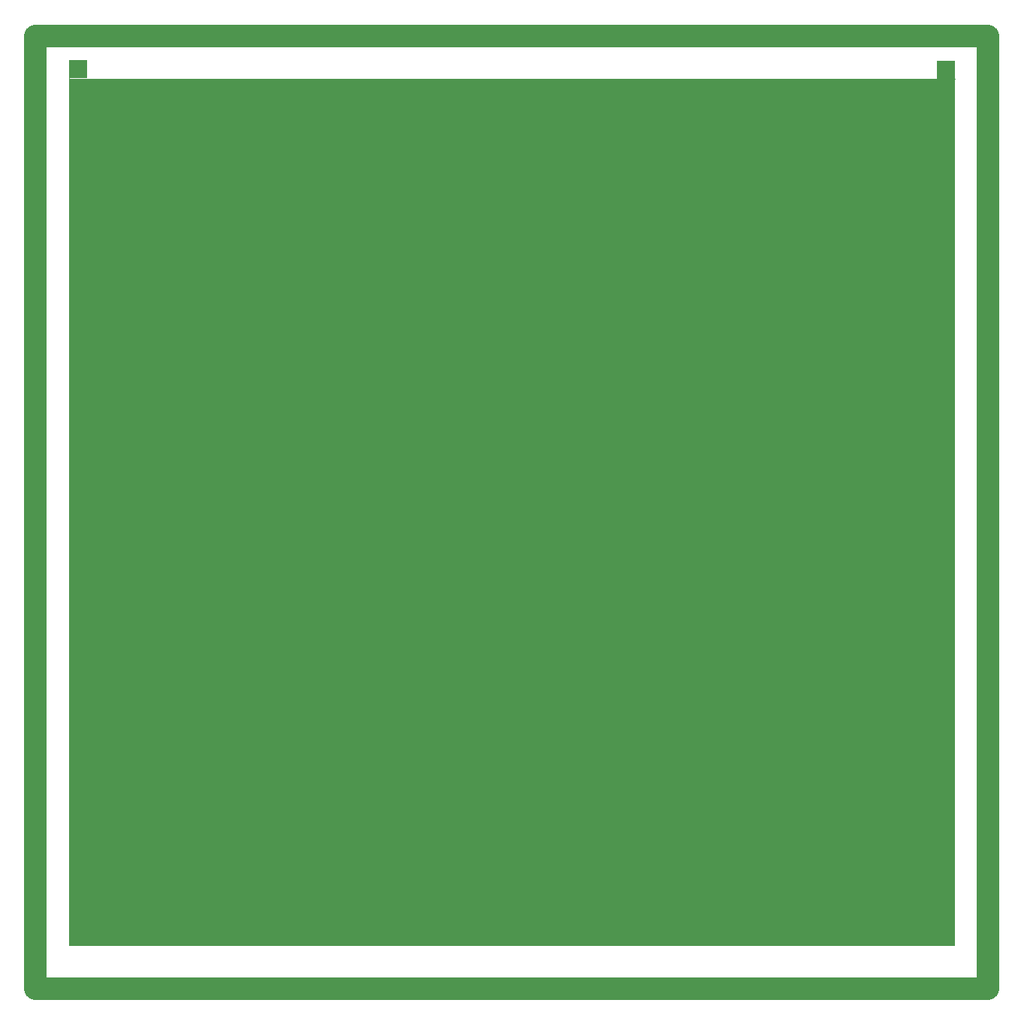
<source format=gbr>
G04 start of page 2 for group 0 idx 0 *
G04 Title: (unknown), component *
G04 Creator: pcb 1.99y *
G04 CreationDate: Mon Mar  9 18:38:32 2009 UTC *
G04 For: dj *
G04 Format: Gerber/RS-274X *
G04 PCB-Dimensions: 432928 432928 *
G04 PCB-Coordinate-Origin: lower left *
%MOIN*%
%FSLAX25Y25*%
%LNFRONT*%
%ADD11C,0.0017*%
%ADD12C,0.1000*%
%ADD13C,0.0200*%
%ADD14C,0.0300*%
G54D11*X245712Y191133D02*Y241463D01*
X246044Y190801D02*Y241795D01*
X246376Y190469D02*Y242127D01*
X246708Y190137D02*Y242459D01*
X247040Y189805D02*Y242791D01*
X247372Y189473D02*Y243123D01*
X247704Y189141D02*Y243455D01*
X248036Y188809D02*Y243787D01*
X248368Y188477D02*Y244119D01*
X248700Y188145D02*Y244451D01*
X249032Y187813D02*Y244783D01*
X249364Y187481D02*Y245115D01*
X249696Y187149D02*Y245447D01*
X250028Y186817D02*Y245779D01*
X250360Y186485D02*Y246111D01*
X250692Y186153D02*Y246443D01*
X251024Y185821D02*Y246775D01*
X251356Y185489D02*Y247107D01*
X251688Y185157D02*Y247439D01*
X252020Y184825D02*Y247771D01*
X252352Y184493D02*Y248103D01*
X252684Y184161D02*Y248435D01*
X253016Y183829D02*Y248767D01*
X253348Y183497D02*Y249099D01*
X253680Y183165D02*Y249431D01*
X254012Y182833D02*Y249763D01*
X254344Y182501D02*Y250095D01*
X254676Y182169D02*Y250427D01*
X255008Y181837D02*Y250759D01*
X255340Y181505D02*Y251091D01*
X162980Y266031D02*X270280D01*
X162648Y266363D02*X270612D01*
X162316Y266695D02*X270944D01*
X161984Y267027D02*X271276D01*
X161652Y267359D02*X271608D01*
X161320Y267691D02*X271940D01*
X160988Y268023D02*X272272D01*
X160656Y268355D02*X272604D01*
X157004Y272007D02*X276256D01*
X156672Y272339D02*X276588D01*
X156340Y272671D02*X276920D01*
X156008Y273003D02*X277252D01*
X155676Y273335D02*X277584D01*
X155344Y273667D02*X277916D01*
X155012Y273999D02*X278248D01*
X154680Y274331D02*X278580D01*
X154348Y274663D02*X278912D01*
X154016Y274995D02*X279244D01*
X153684Y275327D02*X279576D01*
X153352Y275659D02*X279908D01*
X153020Y275991D02*X280240D01*
X152688Y276323D02*X280572D01*
X152356Y276655D02*X280904D01*
X152024Y276987D02*X281236D01*
X151692Y277319D02*X281568D01*
X151360Y277651D02*X281900D01*
X151028Y277983D02*X282232D01*
X150696Y278315D02*X282564D01*
X150364Y278647D02*X282896D01*
X150032Y278979D02*X283228D01*
X149700Y279311D02*X283560D01*
X149368Y279643D02*X283892D01*
X149036Y279975D02*X284224D01*
X148704Y280307D02*X284556D01*
X148372Y280639D02*X284888D01*
X148040Y280971D02*X285220D01*
X147708Y281303D02*X285552D01*
X147376Y281635D02*X285884D01*
X147044Y281967D02*X286216D01*
X146712Y282299D02*X286548D01*
X146380Y282631D02*X286880D01*
X146048Y282963D02*X287212D01*
X145716Y283295D02*X287544D01*
X145384Y283627D02*X287876D01*
X145052Y283959D02*X288208D01*
X144720Y284291D02*X288540D01*
X144388Y284623D02*X288872D01*
X144056Y284955D02*X289204D01*
X143724Y285287D02*X289536D01*
X143392Y285619D02*X289868D01*
X143060Y285951D02*X290200D01*
X142728Y286283D02*X290532D01*
X142396Y286615D02*X290864D01*
X142064Y286947D02*X291196D01*
X141732Y287279D02*X291528D01*
X141400Y287611D02*X291860D01*
X141068Y287943D02*X292192D01*
X140736Y288275D02*X292524D01*
X140404Y288607D02*X292856D01*
X140072Y288939D02*X293188D01*
X139740Y289271D02*X293520D01*
X139408Y289603D02*X293852D01*
X139076Y289935D02*X294184D01*
X138744Y290267D02*X294516D01*
X138412Y290599D02*X294848D01*
X138080Y290931D02*X295180D01*
X137748Y291263D02*X295512D01*
X137416Y291595D02*X295844D01*
X137084Y291927D02*X296176D01*
X136752Y292259D02*X296508D01*
X136420Y292591D02*X296840D01*
X136088Y292923D02*X297172D01*
X135756Y293255D02*X297504D01*
X135424Y293587D02*X297836D01*
X135092Y293919D02*X298168D01*
X134760Y294251D02*X298500D01*
X134428Y294583D02*X298832D01*
X134096Y294915D02*X299164D01*
X133764Y295247D02*X299496D01*
X133432Y295579D02*X299828D01*
X133100Y295911D02*X300160D01*
X132768Y296243D02*X300492D01*
X132436Y296575D02*X300824D01*
X132104Y296907D02*X301156D01*
X131772Y297239D02*X301488D01*
X131440Y297571D02*X301820D01*
X131108Y297903D02*X302152D01*
X130776Y298235D02*X302484D01*
X130444Y298567D02*X302816D01*
X130112Y298899D02*X303148D01*
X129780Y299231D02*X303480D01*
X129448Y299563D02*X303812D01*
X129116Y299895D02*X304144D01*
X128784Y300227D02*X304476D01*
X128452Y300559D02*X304808D01*
X128120Y300891D02*X305140D01*
X127788Y301223D02*X305472D01*
X127456Y301555D02*X305804D01*
X127124Y301887D02*X306136D01*
X126792Y302219D02*X306468D01*
X126460Y302551D02*X306800D01*
X126128Y302883D02*X307132D01*
X125796Y303215D02*X307464D01*
X125464Y303547D02*X307796D01*
X125132Y303879D02*X308128D01*
X124800Y304211D02*X308460D01*
X124468Y304543D02*X308792D01*
X124136Y304875D02*X309124D01*
X123804Y305207D02*X309456D01*
X123472Y305539D02*X309788D01*
X123140Y305871D02*X310120D01*
X122808Y306203D02*X310452D01*
X122476Y306535D02*X310784D01*
X122144Y306867D02*X311116D01*
X121812Y307199D02*X311448D01*
X186884Y242127D02*X246376D01*
X186552Y242459D02*X246708D01*
X186220Y242791D02*X247040D01*
X185888Y243123D02*X247372D01*
X185556Y243455D02*X247704D01*
X185224Y243787D02*X248036D01*
X184892Y244119D02*X248368D01*
X184560Y244451D02*X248700D01*
X184228Y244783D02*X249032D01*
X183896Y245115D02*X249364D01*
X183564Y245447D02*X249696D01*
X183232Y245779D02*X250028D01*
X182900Y246111D02*X250360D01*
X182568Y246443D02*X250692D01*
X182236Y246775D02*X251024D01*
X181904Y247107D02*X251356D01*
X181572Y247439D02*X251688D01*
X181240Y247771D02*X252020D01*
X180908Y248103D02*X252352D01*
X180576Y248435D02*X252684D01*
X180244Y248767D02*X253016D01*
X179912Y249099D02*X253348D01*
X179580Y249431D02*X253680D01*
X179248Y249763D02*X254012D01*
X178916Y250095D02*X254344D01*
X178584Y250427D02*X254676D01*
X178252Y250759D02*X255008D01*
X177920Y251091D02*X255340D01*
X177588Y251423D02*X255672D01*
X160988Y165237D02*Y268023D01*
X160656Y164905D02*Y268355D01*
X160324Y164573D02*Y268687D01*
X159992Y164241D02*Y269019D01*
X159660Y163909D02*Y269351D01*
X159328Y163577D02*Y269683D01*
X158996Y163245D02*Y270015D01*
X158664Y162913D02*Y270347D01*
X158332Y162581D02*Y270679D01*
X158000Y162249D02*Y271011D01*
X157668Y161917D02*Y271343D01*
X157336Y161585D02*Y271675D01*
X157004Y161253D02*Y272007D01*
X156672Y160921D02*Y272339D01*
X156340Y160589D02*Y272671D01*
X156008Y160257D02*Y273003D01*
X155676Y159925D02*Y273335D01*
X155344Y159593D02*Y273667D01*
X155012Y159261D02*Y273999D01*
X154680Y158929D02*Y274331D01*
X154348Y158597D02*Y274663D01*
X157668Y271343D02*X275592D01*
X275260Y161585D02*Y271011D01*
X157336Y271675D02*X275924D01*
X275592Y161253D02*Y271343D01*
X154016Y158265D02*Y274995D01*
X153684Y157933D02*Y275327D01*
X153352Y157601D02*Y275659D01*
X153020Y157269D02*Y275991D01*
X152688Y156937D02*Y276323D01*
X152356Y156605D02*Y276655D01*
X152024Y156273D02*Y276987D01*
X151692Y155941D02*Y277319D01*
X151360Y155609D02*Y277651D01*
X151028Y155277D02*Y277983D01*
X150696Y154945D02*Y278315D01*
X150364Y154613D02*Y278647D01*
X150032Y154281D02*Y278979D01*
X149700Y153949D02*Y279311D01*
X149368Y153617D02*Y279643D01*
X149036Y153285D02*Y279975D01*
X148704Y152953D02*Y280307D01*
X148372Y152621D02*Y280639D01*
X148040Y152289D02*Y280971D01*
X147708Y151957D02*Y281303D01*
X147376Y151625D02*Y281635D01*
X147044Y151293D02*Y281967D01*
X146712Y150961D02*Y282299D01*
X146380Y150629D02*Y282631D01*
X146048Y150297D02*Y282963D01*
X145716Y149965D02*Y283295D01*
X145384Y149633D02*Y283627D01*
X145052Y149301D02*Y283959D01*
X144720Y148969D02*Y284291D01*
X144388Y148637D02*Y284623D01*
X144056Y148305D02*Y284955D01*
X143724Y147973D02*Y285287D01*
X143392Y147641D02*Y285619D01*
X143060Y147309D02*Y285951D01*
X142728Y146977D02*Y286283D01*
X142396Y146645D02*Y286615D01*
X142064Y146313D02*Y286947D01*
X141732Y145981D02*Y287279D01*
X141400Y145649D02*Y287611D01*
X141068Y145317D02*Y287943D01*
X140736Y144985D02*Y288275D01*
X160324Y164573D02*X272272D01*
X159992Y164241D02*X272604D01*
X159660Y163909D02*X272936D01*
X159328Y163577D02*X273268D01*
X158996Y163245D02*X273600D01*
X158664Y162913D02*X273932D01*
X158332Y162581D02*X274264D01*
X158000Y162249D02*X274596D01*
X157668Y161917D02*X274928D01*
X157336Y161585D02*X275260D01*
X157004Y161253D02*X275592D01*
X156672Y160921D02*X275924D01*
X156340Y160589D02*X276256D01*
X156008Y160257D02*X276588D01*
X155676Y159925D02*X276920D01*
X155344Y159593D02*X277252D01*
X155012Y159261D02*X277584D01*
X154680Y158929D02*X277916D01*
X154348Y158597D02*X278248D01*
X154016Y158265D02*X278580D01*
X153684Y157933D02*X278912D01*
X153352Y157601D02*X279244D01*
X153020Y157269D02*X279576D01*
X275924Y160921D02*Y271675D01*
X276256Y160589D02*Y272007D01*
X276588Y160257D02*Y272339D01*
X276920Y159925D02*Y272671D01*
X277252Y159593D02*Y273003D01*
X277584Y159261D02*Y273335D01*
X277916Y158929D02*Y273667D01*
X278248Y158597D02*Y273999D01*
X278580Y158265D02*Y274331D01*
X278912Y157933D02*Y274663D01*
X279244Y157601D02*Y274995D01*
X279576Y157269D02*Y275327D01*
X279908Y156937D02*Y275659D01*
X280240Y156605D02*Y275991D01*
X280572Y156273D02*Y276323D01*
X280904Y155941D02*Y276655D01*
X281236Y155609D02*Y276987D01*
X281568Y155277D02*Y277319D01*
X281900Y154945D02*Y277651D01*
X282232Y154613D02*Y277983D01*
X282564Y154281D02*Y278315D01*
X282896Y153949D02*Y278647D01*
X283228Y153617D02*Y278979D01*
X283560Y153285D02*Y279311D01*
X283892Y152953D02*Y279643D01*
X284224Y152621D02*Y279975D01*
X284556Y152289D02*Y280307D01*
X284888Y151957D02*Y280639D01*
X285220Y151625D02*Y280971D01*
X285552Y151293D02*Y281303D01*
X285884Y150961D02*Y281635D01*
X286216Y150629D02*Y281967D01*
X286548Y150297D02*Y282299D01*
X286880Y149965D02*Y282631D01*
X287212Y149633D02*Y282963D01*
X287544Y149301D02*Y283295D01*
X287876Y148969D02*Y283627D01*
X288208Y148637D02*Y283959D01*
X288540Y148305D02*Y284291D01*
X288872Y147973D02*Y284623D01*
X289204Y147641D02*Y284955D01*
X289536Y147309D02*Y285287D01*
X289868Y146977D02*Y285619D01*
X290200Y146645D02*Y285951D01*
X290532Y146313D02*Y286283D01*
X290864Y145981D02*Y286615D01*
X291196Y145649D02*Y286947D01*
X291528Y145317D02*Y287279D01*
X291860Y144985D02*Y287611D01*
X292192Y144653D02*Y287943D01*
X292524Y144321D02*Y288275D01*
X292856Y143989D02*Y288607D01*
X293188Y143657D02*Y288939D01*
X293520Y143325D02*Y289271D01*
X293852Y142993D02*Y289603D01*
X294184Y142661D02*Y289935D01*
X294516Y142329D02*Y290267D01*
X294848Y141997D02*Y290599D01*
X295180Y141665D02*Y290931D01*
X295512Y141333D02*Y291263D01*
X295844Y141001D02*Y291595D01*
X296176Y140669D02*Y291927D01*
X296508Y140337D02*Y292259D01*
X296840Y140005D02*Y292591D01*
X297172Y139673D02*Y292923D01*
X297504Y139341D02*Y293255D01*
X297836Y139009D02*Y293587D01*
X298168Y138677D02*Y293919D01*
X298500Y138345D02*Y294251D01*
X298832Y138013D02*Y294583D01*
X299164Y137681D02*Y294915D01*
X299496Y137349D02*Y295247D01*
X299828Y137017D02*Y295579D01*
X300160Y136685D02*Y295911D01*
X300492Y136353D02*Y296243D01*
X300824Y136021D02*Y296575D01*
X301156Y135689D02*Y296907D01*
X301488Y135357D02*Y297239D01*
X301820Y135025D02*Y297571D01*
X302152Y134693D02*Y297903D01*
X302484Y134361D02*Y298235D01*
X152688Y156937D02*X279908D01*
X152356Y156605D02*X280240D01*
X152024Y156273D02*X280572D01*
X151692Y155941D02*X280904D01*
X151360Y155609D02*X281236D01*
X151028Y155277D02*X281568D01*
X150696Y154945D02*X281900D01*
X150364Y154613D02*X282232D01*
X150032Y154281D02*X282564D01*
X149700Y153949D02*X282896D01*
X149368Y153617D02*X283228D01*
X149036Y153285D02*X283560D01*
X148704Y152953D02*X283892D01*
X148372Y152621D02*X284224D01*
X148040Y152289D02*X284556D01*
X147708Y151957D02*X284888D01*
X147376Y151625D02*X285220D01*
X147044Y151293D02*X285552D01*
X146712Y150961D02*X285884D01*
X146380Y150629D02*X286216D01*
X146048Y150297D02*X286548D01*
X145716Y149965D02*X286880D01*
X145384Y149633D02*X287212D01*
X145052Y149301D02*X287544D01*
X144720Y148969D02*X287876D01*
X144388Y148637D02*X288208D01*
X144056Y148305D02*X288540D01*
X143724Y147973D02*X288872D01*
X143392Y147641D02*X289204D01*
X143060Y147309D02*X289536D01*
X142728Y146977D02*X289868D01*
X142396Y146645D02*X290200D01*
X142064Y146313D02*X290532D01*
X141732Y145981D02*X290864D01*
X141400Y145649D02*X291196D01*
X141068Y145317D02*X291528D01*
X140736Y144985D02*X291860D01*
X140404Y144653D02*X292192D01*
X140072Y144321D02*X292524D01*
X139740Y143989D02*X292856D01*
X139408Y143657D02*X293188D01*
X139076Y143325D02*X293520D01*
X138744Y142993D02*X293852D01*
X138412Y142661D02*X294184D01*
X138080Y142329D02*X294516D01*
X137748Y141997D02*X294848D01*
X137416Y141665D02*X295180D01*
X137084Y141333D02*X295512D01*
X136752Y141001D02*X295844D01*
X136420Y140669D02*X296176D01*
X136088Y140337D02*X296508D01*
X135756Y140005D02*X296840D01*
X135424Y139673D02*X297172D01*
X135092Y139341D02*X297504D01*
X134760Y139009D02*X297836D01*
X134428Y138677D02*X298168D01*
X134096Y138345D02*X298500D01*
X133764Y138013D02*X298832D01*
X133432Y137681D02*X299164D01*
X133100Y137349D02*X299496D01*
X132768Y137017D02*X299828D01*
X132436Y136685D02*X300160D01*
X132104Y136353D02*X300492D01*
X131772Y136021D02*X300824D01*
X131440Y135689D02*X301156D01*
X131108Y135357D02*X301488D01*
X130776Y135025D02*X301820D01*
X130444Y134693D02*X302152D01*
X130112Y134361D02*X302484D01*
X129780Y134029D02*X302816D01*
X207468Y211717D02*X225128D01*
X207136Y211385D02*X225460D01*
X206804Y211053D02*X225792D01*
X225128Y211717D02*Y220879D01*
X225460Y211385D02*Y221211D01*
X225792Y211053D02*Y221543D01*
X226124Y210721D02*Y221875D01*
X226456Y210389D02*Y222207D01*
X226788Y210057D02*Y222539D01*
X206472Y210721D02*X226124D01*
X206140Y210389D02*X226456D01*
X205808Y210057D02*X226788D01*
X205476Y209725D02*X227120D01*
X208132Y212381D02*Y220879D01*
X208464Y220547D02*X224796D01*
X207800Y212049D02*Y221211D01*
X208132Y212381D02*X224464D01*
Y220215D01*
X207800Y212049D02*X224796D01*
X208132Y220879D02*X225128D01*
X224796Y212049D02*Y220547D01*
X227120Y209725D02*Y222871D01*
X205144Y209393D02*X227452D01*
X233096Y203749D02*Y228847D01*
X233428Y203417D02*Y229179D01*
X233760Y203085D02*Y229511D01*
X234092Y202753D02*Y229843D01*
X234424Y202421D02*Y230175D01*
X234756Y202089D02*Y230507D01*
X235088Y201757D02*Y230839D01*
X235420Y201425D02*Y231171D01*
X235752Y201093D02*Y231503D01*
X236084Y200761D02*Y231835D01*
X236416Y200429D02*Y232167D01*
X236748Y200097D02*Y232499D01*
X237080Y199765D02*Y232831D01*
X237412Y199433D02*Y233163D01*
X237744Y199101D02*Y233495D01*
X238076Y198769D02*Y233827D01*
X238408Y198437D02*Y234159D01*
X238740Y198105D02*Y234491D01*
X239072Y197773D02*Y234823D01*
X239404Y197441D02*Y235155D01*
X239736Y197109D02*Y235487D01*
X240068Y196777D02*Y235819D01*
X240400Y196445D02*Y236151D01*
X240732Y196113D02*Y236483D01*
X241064Y195781D02*Y236815D01*
X241396Y195449D02*Y237147D01*
X241728Y195117D02*Y237479D01*
X242060Y194785D02*Y237811D01*
X242392Y194453D02*Y238143D01*
X242724Y194121D02*Y238475D01*
X243056Y193789D02*Y238807D01*
X243388Y193457D02*Y239139D01*
X243720Y193125D02*Y239471D01*
X244052Y192793D02*Y239803D01*
X244384Y192461D02*Y240135D01*
X244716Y192129D02*Y240467D01*
X245048Y191797D02*Y240799D01*
X245380Y191465D02*Y241131D01*
X227452Y209393D02*Y223203D01*
X227784Y209061D02*Y223535D01*
X228116Y208729D02*Y223867D01*
X228448Y208397D02*Y224199D01*
X228780Y208065D02*Y224531D01*
X229112Y207733D02*Y224863D01*
X229444Y207401D02*Y225195D01*
X229776Y207069D02*Y225527D01*
X230108Y206737D02*Y225859D01*
X230440Y206405D02*Y226191D01*
X230772Y206073D02*Y226523D01*
X231104Y205741D02*Y226855D01*
X231436Y205409D02*Y227187D01*
X231768Y205077D02*Y227519D01*
X232100Y204745D02*Y227851D01*
X232432Y204413D02*Y228183D01*
X232764Y204081D02*Y228515D01*
X207800Y221211D02*X225460D01*
X207468Y221543D02*X225792D01*
X207136Y221875D02*X226124D01*
X206804Y222207D02*X226456D01*
X206472Y222539D02*X226788D01*
X206140Y222871D02*X227120D01*
X205808Y223203D02*X227452D01*
X205476Y223535D02*X227784D01*
X205144Y223867D02*X228116D01*
X204812Y224199D02*X228448D01*
X204480Y224531D02*X228780D01*
X204148Y224863D02*X229112D01*
X203816Y225195D02*X229444D01*
X203484Y225527D02*X229776D01*
X203152Y225859D02*X230108D01*
X202820Y226191D02*X230440D01*
X202488Y226523D02*X230772D01*
X202156Y226855D02*X231104D01*
X201824Y227187D02*X231436D01*
X201492Y227519D02*X231768D01*
X201160Y227851D02*X232100D01*
X200828Y228183D02*X232432D01*
X200496Y228515D02*X232764D01*
X200164Y228847D02*X233096D01*
X199832Y229179D02*X233428D01*
X199500Y229511D02*X233760D01*
X199168Y229843D02*X234092D01*
X198836Y230175D02*X234424D01*
X198504Y230507D02*X234756D01*
X198172Y230839D02*X235088D01*
X197840Y231171D02*X235420D01*
X197508Y231503D02*X235752D01*
X197176Y231835D02*X236084D01*
X196844Y232167D02*X236416D01*
X196512Y232499D02*X236748D01*
X196180Y232831D02*X237080D01*
X195848Y233163D02*X237412D01*
X195516Y233495D02*X237744D01*
X195184Y233827D02*X238076D01*
X194852Y234159D02*X238408D01*
X194520Y234491D02*X238740D01*
X194188Y234823D02*X239072D01*
X193856Y235155D02*X239404D01*
X193524Y235487D02*X239736D01*
X193192Y235819D02*X240068D01*
X192860Y236151D02*X240400D01*
X192528Y236483D02*X240732D01*
X192196Y236815D02*X241064D01*
X191864Y237147D02*X241396D01*
X191532Y237479D02*X241728D01*
X191200Y237811D02*X242060D01*
X190868Y238143D02*X242392D01*
X190536Y238475D02*X242724D01*
X190204Y238807D02*X243056D01*
X189872Y239139D02*X243388D01*
X189540Y239471D02*X243720D01*
X189208Y239803D02*X244052D01*
X188876Y240135D02*X244384D01*
X188544Y240467D02*X244716D01*
X188212Y240799D02*X245048D01*
X187880Y241131D02*X245380D01*
X187548Y241463D02*X245712D01*
X187216Y241795D02*X246044D01*
X204812Y209061D02*X227784D01*
X204480Y208729D02*X228116D01*
X204148Y208397D02*X228448D01*
X203816Y208065D02*X228780D01*
X203484Y207733D02*X229112D01*
X176924Y181173D02*X255672D01*
X176592Y180841D02*X256004D01*
X176260Y180509D02*X256336D01*
X175928Y180177D02*X256668D01*
X175596Y179845D02*X257000D01*
X175264Y179513D02*X257332D01*
X176924Y181173D02*Y252087D01*
X176592Y180841D02*Y252419D01*
X176260Y180509D02*Y252751D01*
X175928Y180177D02*Y253083D01*
X175596Y179845D02*Y253415D01*
X175264Y179513D02*Y253747D01*
X177256Y251755D02*X256004D01*
X176924Y252087D02*X256336D01*
X176592Y252419D02*X256668D01*
X176260Y252751D02*X257000D01*
X175928Y253083D02*X257332D01*
X175596Y253415D02*X257664D01*
X175264Y253747D02*X257996D01*
X174932Y254079D02*X258328D01*
X174600Y254411D02*X258660D01*
X174268Y254743D02*X258992D01*
X173936Y255075D02*X259324D01*
X173604Y255407D02*X259656D01*
X173272Y255739D02*X259988D01*
X259656Y177189D02*Y255407D01*
X255672Y181173D02*Y251423D01*
X256004Y180841D02*Y251755D01*
X256336Y180509D02*Y252087D01*
X256668Y180177D02*Y252419D01*
X257000Y179845D02*Y252751D01*
X257332Y179513D02*Y253083D01*
X174932Y179181D02*X257664D01*
X174600Y178849D02*X257996D01*
X174268Y178517D02*X258328D01*
X257664Y179181D02*Y253415D01*
X257996Y178849D02*Y253747D01*
X258328Y178517D02*Y254079D01*
X258660Y178185D02*Y254411D01*
X258992Y177853D02*Y254743D01*
X259324Y177521D02*Y255075D01*
X173936Y178185D02*X258660D01*
X173604Y177853D02*X258992D01*
X173272Y177521D02*X259324D01*
X172940Y177189D02*X259656D01*
X174932Y179181D02*Y254079D01*
X174600Y178849D02*Y254411D01*
X174268Y178517D02*Y254743D01*
X173936Y178185D02*Y255075D01*
X173604Y177853D02*Y255407D01*
X173272Y177521D02*Y255739D01*
X172940Y177189D02*Y256071D01*
X172608Y176857D02*Y256403D01*
X172276Y176525D02*Y256735D01*
X171944Y176193D02*Y257067D01*
X171612Y175861D02*Y257399D01*
X171280Y175529D02*Y257731D01*
X170948Y175197D02*Y258063D01*
X170616Y174865D02*Y258395D01*
X170284Y174533D02*Y258727D01*
X169952Y174201D02*Y259059D01*
X169620Y173869D02*Y259391D01*
X169288Y173537D02*Y259723D01*
X168956Y173205D02*Y260055D01*
X168624Y172873D02*Y260387D01*
X168292Y172541D02*Y260719D01*
X172608Y176857D02*X259988D01*
X172276Y176525D02*X260320D01*
X171944Y176193D02*X260652D01*
X259988Y176857D02*Y255739D01*
X260320Y176525D02*Y256071D01*
X260652Y176193D02*Y256403D01*
X260984Y175861D02*Y256735D01*
X261316Y175529D02*Y257067D01*
X261648Y175197D02*Y257399D01*
X171612Y175861D02*X260984D01*
X171280Y175529D02*X261316D01*
X170948Y175197D02*X261648D01*
X170616Y174865D02*X261980D01*
X170284Y174533D02*X262312D01*
X169952Y174201D02*X262644D01*
X169620Y173869D02*X262976D01*
X169288Y173537D02*X263308D01*
X168956Y173205D02*X263640D01*
X168624Y172873D02*X263972D01*
X168292Y172541D02*X264304D01*
X261980Y174865D02*Y257731D01*
X262312Y174533D02*Y258063D01*
X262644Y174201D02*Y258395D01*
X262976Y173869D02*Y258727D01*
X263308Y173537D02*Y259059D01*
X263640Y173205D02*Y259391D01*
X263972Y172873D02*Y259723D01*
X264304Y172541D02*Y260055D01*
X172940Y256071D02*X260320D01*
X172608Y256403D02*X260652D01*
X172276Y256735D02*X260984D01*
X171944Y257067D02*X261316D01*
X171612Y257399D02*X261648D01*
X171280Y257731D02*X261980D01*
X170948Y258063D02*X262312D01*
X170616Y258395D02*X262644D01*
X170284Y258727D02*X262976D01*
X169952Y259059D02*X263308D01*
X169620Y259391D02*X263640D01*
X169288Y259723D02*X263972D01*
X168956Y260055D02*X264304D01*
X168624Y260387D02*X264636D01*
X168292Y260719D02*X264968D01*
X167960Y261051D02*X265300D01*
X167628Y261383D02*X265632D01*
X167296Y261715D02*X265964D01*
X166964Y262047D02*X266296D01*
X166632Y262379D02*X266628D01*
X166300Y262711D02*X266960D01*
X165968Y263043D02*X267292D01*
X165636Y263375D02*X267624D01*
X165304Y263707D02*X267956D01*
X164972Y264039D02*X268288D01*
X164640Y264371D02*X268620D01*
X164308Y264703D02*X268952D01*
X163976Y265035D02*X269284D01*
X163644Y265367D02*X269616D01*
X163312Y265699D02*X269948D01*
X165636Y169885D02*Y263375D01*
X165304Y169553D02*Y263707D01*
X164972Y169221D02*Y264039D01*
X164640Y168889D02*Y264371D01*
X164308Y168557D02*Y264703D01*
X163976Y168225D02*Y265035D01*
X163644Y167893D02*Y265367D01*
X163312Y167561D02*Y265699D01*
X162980Y167229D02*Y266031D01*
X162648Y166897D02*Y266363D01*
X162316Y166565D02*Y266695D01*
X161984Y166233D02*Y267027D01*
X161652Y165901D02*Y267359D01*
X161320Y165569D02*Y267691D01*
X264636Y172209D02*Y260387D01*
X264968Y171877D02*Y260719D01*
X265300Y171545D02*Y261051D01*
X265632Y171213D02*Y261383D01*
X265964Y170881D02*Y261715D01*
X266296Y170549D02*Y262047D01*
X165636Y169885D02*X266960D01*
X165304Y169553D02*X267292D01*
X164972Y169221D02*X267624D01*
X266628Y170217D02*Y262379D01*
X266960Y169885D02*Y262711D01*
X267292Y169553D02*Y263043D01*
X267624Y169221D02*Y263375D01*
X164640Y168889D02*X267956D01*
Y263707D01*
X164308Y168557D02*X268288D01*
Y264039D01*
X163976Y168225D02*X268620D01*
Y264371D01*
X163644Y167893D02*X268952D01*
Y264703D01*
X167960Y172209D02*X264636D01*
X167960D02*Y261051D01*
X167628Y171877D02*X264968D01*
X167296Y171545D02*X265300D01*
X166964Y171213D02*X265632D01*
X166632Y170881D02*X265964D01*
X166300Y170549D02*X266296D01*
X165968Y170217D02*X266628D01*
X167628Y171877D02*Y261383D01*
X167296Y171545D02*Y261715D01*
X166964Y171213D02*Y262047D01*
X166632Y170881D02*Y262379D01*
X166300Y170549D02*Y262711D01*
X165968Y170217D02*Y263043D01*
X163312Y167561D02*X269284D01*
Y265035D01*
X162980Y167229D02*X269616D01*
Y265367D01*
X162648Y166897D02*X269948D01*
X162316Y166565D02*X270280D01*
X161984Y166233D02*X270612D01*
X161652Y165901D02*X270944D01*
X269948Y166897D02*Y265699D01*
X270280Y166565D02*Y266031D01*
X270612Y166233D02*Y266363D01*
X270944Y165901D02*Y266695D01*
X271276Y165569D02*Y267027D01*
X271608Y165237D02*Y267359D01*
X271940Y164905D02*Y267691D01*
X272272Y164573D02*Y268023D01*
X272604Y164241D02*Y268355D01*
X272936Y163909D02*Y268687D01*
X160324D02*X272936D01*
X159992Y269019D02*X273268D01*
X161320Y165569D02*X271276D01*
X160988Y165237D02*X271608D01*
X160656Y164905D02*X271940D01*
X273268Y163577D02*Y269019D01*
X273600Y163245D02*Y269351D01*
X273932Y162913D02*Y269683D01*
X159660Y269351D02*X273600D01*
X159328Y269683D02*X273932D01*
X158996Y270015D02*X274264D01*
X158664Y270347D02*X274596D01*
X158332Y270679D02*X274928D01*
X158000Y271011D02*X275260D01*
X274264Y162581D02*Y270015D01*
X274596Y162249D02*Y270347D01*
X274928Y161917D02*Y270679D01*
X121480Y307531D02*X311780D01*
X121148Y307863D02*X312112D01*
X120816Y308195D02*X312444D01*
X120484Y308527D02*X312776D01*
X120152Y308859D02*X313108D01*
X119820Y309191D02*X313440D01*
X119488Y309523D02*X313772D01*
X119156Y309855D02*X314104D01*
X118824Y310187D02*X314436D01*
X118492Y310519D02*X314768D01*
X118160Y310851D02*X315100D01*
X117828Y311183D02*X315432D01*
X117496Y311515D02*X315764D01*
X117164Y311847D02*X316096D01*
X116832Y312179D02*X316428D01*
X116500Y312511D02*X316760D01*
X116168Y312843D02*X317092D01*
X115836Y313175D02*X317424D01*
X115504Y313507D02*X317756D01*
X115172Y313839D02*X318088D01*
X114840Y314171D02*X318420D01*
X114508Y314503D02*X318752D01*
X114176Y314835D02*X319084D01*
X113844Y315167D02*X319416D01*
X113512Y315499D02*X319748D01*
X113180Y315831D02*X320080D01*
X112848Y316163D02*X320412D01*
X109196Y319815D02*X324064D01*
X108864Y320147D02*X324396D01*
X108532Y320479D02*X324728D01*
X108200Y320811D02*X325060D01*
X107868Y321143D02*X325392D01*
X107536Y321475D02*X325724D01*
X107204Y321807D02*X326056D01*
X106872Y322139D02*X326388D01*
X106540Y322471D02*X326720D01*
X106208Y322803D02*X327052D01*
X105876Y323135D02*X327384D01*
X105544Y323467D02*X327716D01*
X105212Y323799D02*X328048D01*
X104880Y324131D02*X328380D01*
X104548Y324463D02*X328712D01*
X104216Y324795D02*X329044D01*
X103884Y325127D02*X329376D01*
X103552Y325459D02*X329708D01*
X103220Y325791D02*X330040D01*
X102888Y326123D02*X330372D01*
X102556Y326455D02*X330704D01*
X102224Y326787D02*X331036D01*
X101892Y327119D02*X331368D01*
X101560Y327451D02*X331700D01*
X101228Y327783D02*X332032D01*
X100896Y328115D02*X332364D01*
X336016Y100829D02*Y331767D01*
X336348Y100497D02*Y332099D01*
X336680Y100165D02*Y332431D01*
X337012Y99833D02*Y332763D01*
X337344Y99501D02*Y333095D01*
X337676Y99169D02*Y333427D01*
X338008Y98837D02*Y333759D01*
X338340Y98505D02*Y334091D01*
X338672Y98173D02*Y334423D01*
X339004Y97841D02*Y334755D01*
X339336Y97509D02*Y335087D01*
X339668Y97177D02*Y335419D01*
X340000Y96845D02*Y335751D01*
X340332Y96513D02*Y336083D01*
X340664Y96181D02*Y336415D01*
X340996Y95849D02*Y336747D01*
X341328Y95517D02*Y337079D01*
X341660Y95185D02*Y337411D01*
X341992Y94853D02*Y337743D01*
X342324Y94521D02*Y338075D01*
X342656Y94189D02*Y338407D01*
X342988Y93857D02*Y338739D01*
X343320Y93525D02*Y339071D01*
X343652Y93193D02*Y339403D01*
X343984Y92861D02*Y339735D01*
X344316Y92529D02*Y340067D01*
X344648Y92197D02*Y340399D01*
X344980Y91865D02*Y340731D01*
X345312Y91533D02*Y341063D01*
X345644Y91201D02*Y341395D01*
X345976Y90869D02*Y341727D01*
X346308Y90537D02*Y342059D01*
X346640Y90205D02*Y342391D01*
X100564Y328447D02*X332696D01*
X100232Y328779D02*X333028D01*
X99900Y329111D02*X333360D01*
X99568Y329443D02*X333692D01*
X99236Y329775D02*X334024D01*
X98904Y330107D02*X334356D01*
X98572Y330439D02*X334688D01*
X98240Y330771D02*X335020D01*
X97908Y331103D02*X335352D01*
X97576Y331435D02*X335684D01*
X97244Y331767D02*X336016D01*
X96912Y332099D02*X336348D01*
X96580Y332431D02*X336680D01*
X96248Y332763D02*X337012D01*
X95916Y333095D02*X337344D01*
X95584Y333427D02*X337676D01*
X95252Y333759D02*X338008D01*
X94920Y334091D02*X338340D01*
X94588Y334423D02*X338672D01*
X94256Y334755D02*X339004D01*
X93924Y335087D02*X339336D01*
X93592Y335419D02*X339668D01*
X93260Y335751D02*X340000D01*
X92928Y336083D02*X340332D01*
X92596Y336415D02*X340664D01*
X92264Y336747D02*X340996D01*
X91932Y337079D02*X341328D01*
X91600Y337411D02*X341660D01*
X91268Y337743D02*X341992D01*
X90936Y338075D02*X342324D01*
X90604Y338407D02*X342656D01*
X90272Y338739D02*X342988D01*
X89940Y339071D02*X343320D01*
X89608Y339403D02*X343652D01*
X89276Y339735D02*X343984D01*
X88944Y340067D02*X344316D01*
X88612Y340399D02*X344648D01*
X88280Y340731D02*X344980D01*
X87948Y341063D02*X345312D01*
X87616Y341395D02*X345644D01*
X87284Y341727D02*X345976D01*
X86952Y342059D02*X346308D01*
X86620Y342391D02*X346640D01*
X86288Y342723D02*X346972D01*
X207468Y211717D02*Y221543D01*
X207136Y211385D02*Y221875D01*
X206804Y211053D02*Y222207D01*
X206472Y210721D02*Y222539D01*
X206140Y210389D02*Y222871D01*
X205808Y210057D02*Y223203D01*
X205476Y209725D02*Y223535D01*
X205144Y209393D02*Y223867D01*
X204812Y209061D02*Y224199D01*
X204480Y208729D02*Y224531D01*
X204148Y208397D02*Y224863D01*
X203816Y208065D02*Y225195D01*
X203484Y207733D02*Y225527D01*
X203152Y207401D02*Y225859D01*
X202820Y207069D02*Y226191D01*
X202488Y206737D02*Y226523D01*
X202156Y206405D02*Y226855D01*
X201824Y206073D02*Y227187D01*
X201492Y205741D02*Y227519D01*
X201160Y205409D02*Y227851D01*
X200828Y205077D02*Y228183D01*
X200496Y204745D02*Y228515D01*
X200164Y204413D02*Y228847D01*
X199832Y204081D02*Y229179D01*
X199500Y203749D02*Y229511D01*
X199168Y203417D02*Y229843D01*
X198836Y203085D02*Y230175D01*
X198504Y202753D02*Y230507D01*
X198172Y202421D02*Y230839D01*
X197840Y202089D02*Y231171D01*
X197508Y201757D02*Y231503D01*
X197176Y201425D02*Y231835D01*
X196844Y201093D02*Y232167D01*
X196512Y200761D02*Y232499D01*
X196180Y200429D02*Y232831D01*
X195848Y200097D02*Y233163D01*
X195516Y199765D02*Y233495D01*
X195184Y199433D02*Y233827D01*
X194852Y199101D02*Y234159D01*
X194520Y198769D02*Y234491D01*
X194188Y198437D02*Y234823D01*
X193856Y198105D02*Y235155D01*
X193524Y197773D02*Y235487D01*
X193192Y197441D02*Y235819D01*
X192860Y197109D02*Y236151D01*
X203152Y207401D02*X229444D01*
X202820Y207069D02*X229776D01*
X202488Y206737D02*X230108D01*
X202156Y206405D02*X230440D01*
X201824Y206073D02*X230772D01*
X201492Y205741D02*X231104D01*
X201160Y205409D02*X231436D01*
X200828Y205077D02*X231768D01*
X200496Y204745D02*X232100D01*
X200164Y204413D02*X232432D01*
X199832Y204081D02*X232764D01*
X199500Y203749D02*X233096D01*
X199168Y203417D02*X233428D01*
X198836Y203085D02*X233760D01*
X198504Y202753D02*X234092D01*
X198172Y202421D02*X234424D01*
X197840Y202089D02*X234756D01*
X197508Y201757D02*X235088D01*
X197176Y201425D02*X235420D01*
X196844Y201093D02*X235752D01*
X196512Y200761D02*X236084D01*
X196180Y200429D02*X236416D01*
X195848Y200097D02*X236748D01*
X195516Y199765D02*X237080D01*
X195184Y199433D02*X237412D01*
X194852Y199101D02*X237744D01*
X194520Y198769D02*X238076D01*
X194188Y198437D02*X238408D01*
X193856Y198105D02*X238740D01*
X193524Y197773D02*X239072D01*
X193192Y197441D02*X239404D01*
X192860Y197109D02*X239736D01*
X192528Y196777D02*X240068D01*
X192196Y196445D02*X240400D01*
X191864Y196113D02*X240732D01*
X191532Y195781D02*X241064D01*
X191200Y195449D02*X241396D01*
X190868Y195117D02*X241728D01*
X190536Y194785D02*X242060D01*
X190204Y194453D02*X242392D01*
X189872Y194121D02*X242724D01*
X189540Y193789D02*X243056D01*
X189208Y193457D02*X243388D01*
X188876Y193125D02*X243720D01*
X188544Y192793D02*X244052D01*
X188212Y192461D02*X244384D01*
X187880Y192129D02*X244716D01*
X187548Y191797D02*X245048D01*
X187216Y191465D02*X245380D01*
X186884Y191133D02*X245712D01*
X186552Y190801D02*X246044D01*
X186220Y190469D02*X246376D01*
X185888Y190137D02*X246708D01*
X185556Y189805D02*X247040D01*
X185224Y189473D02*X247372D01*
X184892Y189141D02*X247704D01*
X184560Y188809D02*X248036D01*
X184228Y188477D02*X248368D01*
X183896Y188145D02*X248700D01*
X183564Y187813D02*X249032D01*
X183232Y187481D02*X249364D01*
X182900Y187149D02*X249696D01*
X182568Y186817D02*X250028D01*
X182236Y186485D02*X250360D01*
X181904Y186153D02*X250692D01*
X181572Y185821D02*X251024D01*
X181240Y185489D02*X251356D01*
X180908Y185157D02*X251688D01*
X180576Y184825D02*X252020D01*
X180244Y184493D02*X252352D01*
X179912Y184161D02*X252684D01*
X179580Y183829D02*X253016D01*
X179248Y183497D02*X253348D01*
X178916Y183165D02*X253680D01*
X178584Y182833D02*X254012D01*
X178252Y182501D02*X254344D01*
X177920Y182169D02*X254676D01*
X177588Y181837D02*X255008D01*
X177256Y181505D02*X255340D01*
X192528Y196777D02*Y236483D01*
X192196Y196445D02*Y236815D01*
X191864Y196113D02*Y237147D01*
X191532Y195781D02*Y237479D01*
X191200Y195449D02*Y237811D01*
X190868Y195117D02*Y238143D01*
X190536Y194785D02*Y238475D01*
X190204Y194453D02*Y238807D01*
X189872Y194121D02*Y239139D01*
X189540Y193789D02*Y239471D01*
X189208Y193457D02*Y239803D01*
X188876Y193125D02*Y240135D01*
X188544Y192793D02*Y240467D01*
X188212Y192461D02*Y240799D01*
X187880Y192129D02*Y241131D01*
X187548Y191797D02*Y241463D01*
X187216Y191465D02*Y241795D01*
X186884Y191133D02*Y242127D01*
X186552Y190801D02*Y242459D01*
X186220Y190469D02*Y242791D01*
X185888Y190137D02*Y243123D01*
X185556Y189805D02*Y243455D01*
X185224Y189473D02*Y243787D01*
X184892Y189141D02*Y244119D01*
X184560Y188809D02*Y244451D01*
X184228Y188477D02*Y244783D01*
X183896Y188145D02*Y245115D01*
X183564Y187813D02*Y245447D01*
X183232Y187481D02*Y245779D01*
X182900Y187149D02*Y246111D01*
X182568Y186817D02*Y246443D01*
X182236Y186485D02*Y246775D01*
X181904Y186153D02*Y247107D01*
X181572Y185821D02*Y247439D01*
X181240Y185489D02*Y247771D01*
X180908Y185157D02*Y248103D01*
X180576Y184825D02*Y248435D01*
X180244Y184493D02*Y248767D01*
X179912Y184161D02*Y249099D01*
X179580Y183829D02*Y249431D01*
X179248Y183497D02*Y249763D01*
X178916Y183165D02*Y250095D01*
X178584Y182833D02*Y250427D01*
X178252Y182501D02*Y250759D01*
X177920Y182169D02*Y251091D01*
X177588Y181837D02*Y251423D01*
X177256Y181505D02*Y251755D01*
X140404Y144653D02*Y288607D01*
X140072Y144321D02*Y288939D01*
X139740Y143989D02*Y289271D01*
X139408Y143657D02*Y289603D01*
X139076Y143325D02*Y289935D01*
X138744Y142993D02*Y290267D01*
X138412Y142661D02*Y290599D01*
X138080Y142329D02*Y290931D01*
X137748Y141997D02*Y291263D01*
X137416Y141665D02*Y291595D01*
X137084Y141333D02*Y291927D01*
X136752Y141001D02*Y292259D01*
X136420Y140669D02*Y292591D01*
X136088Y140337D02*Y292923D01*
X135756Y140005D02*Y293255D01*
X135424Y139673D02*Y293587D01*
X135092Y139341D02*Y293919D01*
X134760Y139009D02*Y294251D01*
X134428Y138677D02*Y294583D01*
X134096Y138345D02*Y294915D01*
X133764Y138013D02*Y295247D01*
X129448Y133697D02*X303148D01*
X129116Y133365D02*X303480D01*
X128784Y133033D02*X303812D01*
X128452Y132701D02*X304144D01*
X128120Y132369D02*X304476D01*
X127788Y132037D02*X304808D01*
X127456Y131705D02*X305140D01*
X127124Y131373D02*X305472D01*
X126792Y131041D02*X305804D01*
X126460Y130709D02*X306136D01*
X126128Y130377D02*X306468D01*
X125796Y130045D02*X306800D01*
X125464Y129713D02*X307132D01*
X306136Y130709D02*Y301887D01*
X306468Y130377D02*Y302219D01*
X306800Y130045D02*Y302551D01*
X307132Y129713D02*Y302883D01*
X307464Y129381D02*Y303215D01*
X307796Y129049D02*Y303547D01*
X308128Y128717D02*Y303879D01*
X308460Y128385D02*Y304211D01*
X125132Y129381D02*X307464D01*
X124800Y129049D02*X307796D01*
X124468Y128717D02*X308128D01*
X124136Y128385D02*X308460D01*
X123804Y128053D02*X308792D01*
X123472Y127721D02*X309124D01*
X123140Y127389D02*X309456D01*
X308792Y128053D02*Y304543D01*
X309124Y127721D02*Y304875D01*
X309456Y127389D02*Y305207D01*
X309788Y127057D02*Y305539D01*
X310120Y126725D02*Y305871D01*
X310452Y126393D02*Y306203D01*
X310784Y126061D02*Y306535D01*
X311116Y125729D02*Y306867D01*
X311448Y125397D02*Y307199D01*
X311780Y125065D02*Y307531D01*
X312112Y124733D02*Y307863D01*
X312444Y124401D02*Y308195D01*
X312776Y124069D02*Y308527D01*
X313108Y123737D02*Y308859D01*
X313440Y123405D02*Y309191D01*
X133432Y137681D02*Y295579D01*
X133100Y137349D02*Y295911D01*
X132768Y137017D02*Y296243D01*
X132436Y136685D02*Y296575D01*
X132104Y136353D02*Y296907D01*
X131772Y136021D02*Y297239D01*
X131440Y135689D02*Y297571D01*
X131108Y135357D02*Y297903D01*
X130776Y135025D02*Y298235D01*
X130444Y134693D02*Y298567D01*
X130112Y134361D02*Y298899D01*
X129780Y134029D02*Y299231D01*
X129448Y133697D02*Y299563D01*
X129116Y133365D02*Y299895D01*
X128784Y133033D02*Y300227D01*
X128452Y132701D02*Y300559D01*
X128120Y132369D02*Y300891D01*
X127788Y132037D02*Y301223D01*
X127456Y131705D02*Y301555D01*
X127124Y131373D02*Y301887D01*
X126792Y131041D02*Y302219D01*
X126460Y130709D02*Y302551D01*
X126128Y130377D02*Y302883D01*
X125796Y130045D02*Y303215D01*
X125464Y129713D02*Y303547D01*
X125132Y129381D02*Y303879D01*
X124800Y129049D02*Y304211D01*
X124468Y128717D02*Y304543D01*
X124136Y128385D02*Y304875D01*
X123804Y128053D02*Y305207D01*
X123472Y127721D02*Y305539D01*
X123140Y127389D02*Y305871D01*
X122808Y127057D02*Y306203D01*
X122476Y126725D02*Y306535D01*
X122144Y126393D02*Y306867D01*
X121812Y126061D02*Y307199D01*
X121480Y125729D02*Y307531D01*
X121148Y125397D02*Y307863D01*
X120816Y125065D02*Y308195D01*
X120484Y124733D02*Y308527D01*
X120152Y124401D02*Y308859D01*
X119820Y124069D02*Y309191D01*
X119488Y123737D02*Y309523D01*
X119156Y123405D02*Y309855D01*
X118824Y123073D02*Y310187D01*
X118492Y122741D02*Y310519D01*
X118160Y122409D02*Y310851D01*
X117828Y122077D02*Y311183D01*
X117496Y121745D02*Y311515D01*
X117164Y121413D02*Y311847D01*
X116832Y121081D02*Y312179D01*
X116500Y120749D02*Y312511D01*
X116168Y120417D02*Y312843D01*
X115836Y120085D02*Y313175D01*
X115504Y119753D02*Y313507D01*
X115172Y119421D02*Y313839D01*
X114840Y119089D02*Y314171D01*
X114508Y118757D02*Y314503D01*
X114176Y118425D02*Y314835D01*
X113844Y118093D02*Y315167D01*
X113512Y117761D02*Y315499D01*
X113180Y117429D02*Y315831D01*
X112848Y117097D02*Y316163D01*
X112516Y116765D02*Y316495D01*
X122808Y127057D02*X309788D01*
X122476Y126725D02*X310120D01*
X122144Y126393D02*X310452D01*
X121812Y126061D02*X310784D01*
X121480Y125729D02*X311116D01*
X121148Y125397D02*X311448D01*
X120816Y125065D02*X311780D01*
X120484Y124733D02*X312112D01*
X120152Y124401D02*X312444D01*
X119820Y124069D02*X312776D01*
X119488Y123737D02*X313108D01*
X119156Y123405D02*X313440D01*
X118824Y123073D02*X313772D01*
X118492Y122741D02*X314104D01*
X118160Y122409D02*X314436D01*
X117828Y122077D02*X314768D01*
X117496Y121745D02*X315100D01*
X117164Y121413D02*X315432D01*
X116832Y121081D02*X315764D01*
X116500Y120749D02*X316096D01*
X116168Y120417D02*X316428D01*
X115836Y120085D02*X316760D01*
X115504Y119753D02*X317092D01*
X115172Y119421D02*X317424D01*
X114840Y119089D02*X317756D01*
X114508Y118757D02*X318088D01*
X114176Y118425D02*X318420D01*
X113844Y118093D02*X318752D01*
X113512Y117761D02*X319084D01*
X113180Y117429D02*X319416D01*
X112848Y117097D02*X319748D01*
X112516Y116765D02*X320080D01*
X305140Y131705D02*Y300891D01*
X305472Y131373D02*Y301223D01*
X305804Y131041D02*Y301555D01*
X313772Y123073D02*Y309523D01*
X314104Y122741D02*Y309855D01*
X314436Y122409D02*Y310187D01*
X314768Y122077D02*Y310519D01*
X315100Y121745D02*Y310851D01*
X315432Y121413D02*Y311183D01*
X315764Y121081D02*Y311515D01*
X316096Y120749D02*Y311847D01*
X316428Y120417D02*Y312179D01*
X316760Y120085D02*Y312511D01*
X317092Y119753D02*Y312843D01*
X317424Y119421D02*Y313175D01*
X317756Y119089D02*Y313507D01*
X318088Y118757D02*Y313839D01*
X318420Y118425D02*Y314171D01*
X318752Y118093D02*Y314503D01*
X319084Y117761D02*Y314835D01*
X319416Y117429D02*Y315167D01*
X319748Y117097D02*Y315499D01*
X320080Y116765D02*Y315831D01*
X302816Y134029D02*Y298567D01*
X303148Y133697D02*Y298899D01*
X303480Y133365D02*Y299231D01*
X303812Y133033D02*Y299563D01*
X304144Y132701D02*Y299895D01*
X304476Y132369D02*Y300227D01*
X304808Y132037D02*Y300559D01*
X112516Y316495D02*X320744D01*
X112184Y316827D02*X321076D01*
X111852Y317159D02*X321408D01*
X111520Y317491D02*X321740D01*
X111188Y317823D02*X322072D01*
X110856Y318155D02*X322404D01*
X320412Y116433D02*Y316163D01*
X320744Y116101D02*Y316495D01*
X321076Y115769D02*Y316827D01*
X321408Y115437D02*Y317159D01*
X321740Y115105D02*Y317491D01*
X322072Y114773D02*Y317823D01*
X112184Y116433D02*X320412D01*
X111852Y116101D02*X320744D01*
X111520Y115769D02*X321076D01*
X111188Y115437D02*X321408D01*
X110856Y115105D02*X321740D01*
X110524Y114773D02*X322072D01*
X322404Y114441D02*Y318155D01*
X322736Y114109D02*Y318487D01*
X323068Y113777D02*Y318819D01*
X110192Y114441D02*X322404D01*
X109860Y114109D02*X322736D01*
X109528Y113777D02*X323068D01*
X109196Y113445D02*X323400D01*
X110524Y318487D02*X322736D01*
X110192Y318819D02*X323068D01*
X109860Y319151D02*X323400D01*
X109528Y319483D02*X323732D01*
X323400Y113445D02*Y319151D01*
X108864Y113113D02*X323732D01*
X108532Y112781D02*X324064D01*
X108200Y112449D02*X324396D01*
X107868Y112117D02*X324728D01*
X107536Y111785D02*X325060D01*
X107204Y111453D02*X325392D01*
X106872Y111121D02*X325724D01*
X106540Y110789D02*X326056D01*
X106208Y110457D02*X326388D01*
X105876Y110125D02*X326720D01*
X105544Y109793D02*X327052D01*
X105212Y109461D02*X327384D01*
X104880Y109129D02*X327716D01*
X104548Y108797D02*X328048D01*
X104216Y108465D02*X328380D01*
X103884Y108133D02*X328712D01*
X103552Y107801D02*X329044D01*
X103220Y107469D02*X329376D01*
X102888Y107137D02*X329708D01*
X102556Y106805D02*X330040D01*
X102224Y106473D02*X330372D01*
X101892Y106141D02*X330704D01*
X101560Y105809D02*X331036D01*
X101228Y105477D02*X331368D01*
X100896Y105145D02*X331700D01*
X100564Y104813D02*X332032D01*
X100232Y104481D02*X332364D01*
X99900Y104149D02*X332696D01*
X99568Y103817D02*X333028D01*
X99236Y103485D02*X333360D01*
X98904Y103153D02*X333692D01*
X98572Y102821D02*X334024D01*
X98240Y102489D02*X334356D01*
X97908Y102157D02*X334688D01*
X97576Y101825D02*X335020D01*
X97244Y101493D02*X335352D01*
X96912Y101161D02*X335684D01*
X96580Y100829D02*X336016D01*
X323732Y113113D02*Y319483D01*
X324064Y112781D02*Y319815D01*
X324396Y112449D02*Y320147D01*
X324728Y112117D02*Y320479D01*
X325060Y111785D02*Y320811D01*
X325392Y111453D02*Y321143D01*
X325724Y111121D02*Y321475D01*
X326056Y110789D02*Y321807D01*
X326388Y110457D02*Y322139D01*
X326720Y110125D02*Y322471D01*
X327052Y109793D02*Y322803D01*
X327384Y109461D02*Y323135D01*
X327716Y109129D02*Y323467D01*
X328048Y108797D02*Y323799D01*
X328380Y108465D02*Y324131D01*
X328712Y108133D02*Y324463D01*
X329044Y107801D02*Y324795D01*
X329376Y107469D02*Y325127D01*
X329708Y107137D02*Y325459D01*
X330040Y106805D02*Y325791D01*
X330372Y106473D02*Y326123D01*
X330704Y106141D02*Y326455D01*
X331036Y105809D02*Y326787D01*
X331368Y105477D02*Y327119D01*
X331700Y105145D02*Y327451D01*
X332032Y104813D02*Y327783D01*
X332364Y104481D02*Y328115D01*
X332696Y104149D02*Y328447D01*
X333028Y103817D02*Y328779D01*
X333360Y103485D02*Y329111D01*
X333692Y103153D02*Y329443D01*
X334024Y102821D02*Y329775D01*
X334356Y102489D02*Y330107D01*
X334688Y102157D02*Y330439D01*
X335020Y101825D02*Y330771D01*
X335352Y101493D02*Y331103D01*
X335684Y101161D02*Y331435D01*
X112184Y116433D02*Y316827D01*
X111852Y116101D02*Y317159D01*
X111520Y115769D02*Y317491D01*
X111188Y115437D02*Y317823D01*
X110856Y115105D02*Y318155D01*
X110524Y114773D02*Y318487D01*
X110192Y114441D02*Y318819D01*
X109860Y114109D02*Y319151D01*
X109528Y113777D02*Y319483D01*
X109196Y113445D02*Y319815D01*
X108864Y113113D02*Y320147D01*
X108532Y112781D02*Y320479D01*
X108200Y112449D02*Y320811D01*
X107868Y112117D02*Y321143D01*
X107536Y111785D02*Y321475D01*
X107204Y111453D02*Y321807D01*
X106872Y111121D02*Y322139D01*
X106540Y110789D02*Y322471D01*
X106208Y110457D02*Y322803D01*
X105876Y110125D02*Y323135D01*
X105544Y109793D02*Y323467D01*
X105212Y109461D02*Y323799D01*
X96248Y100497D02*X336348D01*
X95916Y100165D02*X336680D01*
X95584Y99833D02*X337012D01*
X95252Y99501D02*X337344D01*
X94920Y99169D02*X337676D01*
X94588Y98837D02*X338008D01*
X94256Y98505D02*X338340D01*
X93924Y98173D02*X338672D01*
X93592Y97841D02*X339004D01*
X93260Y97509D02*X339336D01*
X92928Y97177D02*X339668D01*
X92596Y96845D02*X340000D01*
X92264Y96513D02*X340332D01*
X91932Y96181D02*X340664D01*
X91600Y95849D02*X340996D01*
X91268Y95517D02*X341328D01*
X90936Y95185D02*X341660D01*
X90604Y94853D02*X341992D01*
X90272Y94521D02*X342324D01*
X89940Y94189D02*X342656D01*
X89608Y93857D02*X342988D01*
X89276Y93525D02*X343320D01*
X88944Y93193D02*X343652D01*
X88612Y92861D02*X343984D01*
X88280Y92529D02*X344316D01*
X87948Y92197D02*X344648D01*
X87616Y91865D02*X344980D01*
X87284Y91533D02*X345312D01*
X86952Y91201D02*X345644D01*
X86620Y90869D02*X345976D01*
X86288Y90537D02*X346308D01*
X85956Y90205D02*X346640D01*
X85624Y89873D02*X346972D01*
X85292Y89541D02*X347304D01*
X84960Y89209D02*X347636D01*
X84628Y88877D02*X347968D01*
X84296Y88545D02*X348300D01*
X83964Y88213D02*X348632D01*
X83632Y87881D02*X348964D01*
X83300Y87549D02*X349296D01*
X82968Y87217D02*X349628D01*
X82636Y86885D02*X349960D01*
X82304Y86553D02*X350292D01*
X81972Y86221D02*X350624D01*
X81640Y85889D02*X350956D01*
X81308Y85557D02*X351288D01*
X80976Y85225D02*X351620D01*
X80644Y84893D02*X351952D01*
X80312Y84561D02*X352284D01*
X79980Y84229D02*X352616D01*
X79648Y83897D02*X352948D01*
X79316Y83565D02*X353280D01*
X78984Y83233D02*X353612D01*
X78652Y82901D02*X353944D01*
X78320Y82569D02*X354276D01*
X77988Y82237D02*X354608D01*
X77656Y81905D02*X354940D01*
X77324Y81573D02*X355272D01*
X76992Y81241D02*X355604D01*
X76660Y80909D02*X355936D01*
X76328Y80577D02*X356268D01*
X75996Y80245D02*X356600D01*
X75664Y79913D02*X356932D01*
X75332Y79581D02*X357264D01*
X75000Y79249D02*X357596D01*
X74668Y78917D02*X357928D01*
X74336Y78585D02*X358260D01*
X74004Y78253D02*X358592D01*
X73672Y77921D02*X358924D01*
X73340Y77589D02*X359256D01*
X73008Y77257D02*X359588D01*
X72676Y76925D02*X359920D01*
X72344Y76593D02*X360252D01*
X72012Y76261D02*X360584D01*
X71680Y75929D02*X360916D01*
X71348Y75597D02*X361248D01*
X71016Y75265D02*X361580D01*
X70684Y74933D02*X361912D01*
X70352Y74601D02*X362244D01*
X70020Y74269D02*X362576D01*
X69688Y73937D02*X362908D01*
X69356Y73605D02*X363240D01*
X69024Y73273D02*X363572D01*
X68692Y72941D02*X363904D01*
X68360Y72609D02*X364236D01*
X68028Y72277D02*X364568D01*
X67696Y71945D02*X364900D01*
X67364Y71613D02*X365232D01*
X67032Y71281D02*X365564D01*
X66700Y70949D02*X365896D01*
X66368Y70617D02*X366228D01*
X66036Y70285D02*X366560D01*
X65704Y69953D02*X366892D01*
X65372Y69621D02*X367224D01*
X65040Y69289D02*X367556D01*
X64708Y68957D02*X367888D01*
X64376Y68625D02*X368220D01*
X64044Y68293D02*X368552D01*
X63712Y67961D02*X368884D01*
X63380Y67629D02*X369216D01*
X63048Y67297D02*X369548D01*
X62716Y66965D02*X369880D01*
X62384Y66633D02*X370212D01*
X62052Y66301D02*X370544D01*
X61720Y65969D02*X370876D01*
X61388Y65637D02*X371208D01*
X61056Y65305D02*X371540D01*
X60724Y64973D02*X371872D01*
X60392Y64641D02*X372204D01*
X60060Y64309D02*X372536D01*
X59728Y63977D02*X372868D01*
X59396Y63645D02*X373200D01*
X59064Y63313D02*X373532D01*
X58732Y62981D02*X373864D01*
X58400Y62649D02*X374196D01*
X58068Y62317D02*X374528D01*
X57736Y61985D02*X374860D01*
X57404Y61653D02*X375192D01*
X57072Y61321D02*X375524D01*
X56740Y60989D02*X375856D01*
X56408Y60657D02*X376188D01*
X56076Y60325D02*X376520D01*
X55744Y59993D02*X376852D01*
X346972Y89873D02*Y342723D01*
X347304Y89541D02*Y343055D01*
X347636Y89209D02*Y343387D01*
X347968Y88877D02*Y343719D01*
X348300Y88545D02*Y344051D01*
X348632Y88213D02*Y344383D01*
X348964Y87881D02*Y344715D01*
X349296Y87549D02*Y345047D01*
X349628Y87217D02*Y345379D01*
X349960Y86885D02*Y345711D01*
X350292Y86553D02*Y346043D01*
X350624Y86221D02*Y346375D01*
X350956Y85889D02*Y346707D01*
X351288Y85557D02*Y347039D01*
X351620Y85225D02*Y347371D01*
X351952Y84893D02*Y347703D01*
X352284Y84561D02*Y348035D01*
X352616Y84229D02*Y348367D01*
X352948Y83897D02*Y348699D01*
X353280Y83565D02*Y349031D01*
X353612Y83233D02*Y349363D01*
X353944Y82901D02*Y349695D01*
X354276Y82569D02*Y350027D01*
X354608Y82237D02*Y350359D01*
X354940Y81905D02*Y350691D01*
X355272Y81573D02*Y351023D01*
X355604Y81241D02*Y351355D01*
X355936Y80909D02*Y351687D01*
X356268Y80577D02*Y352019D01*
X356600Y80245D02*Y352351D01*
X356932Y79913D02*Y352683D01*
X357264Y79581D02*Y353015D01*
X357596Y79249D02*Y353347D01*
X357928Y78917D02*Y353679D01*
X358260Y78585D02*Y354011D01*
X358592Y78253D02*Y354343D01*
X358924Y77921D02*Y354675D01*
X359256Y77589D02*Y355007D01*
X359588Y77257D02*Y355339D01*
X359920Y76925D02*Y355671D01*
X360252Y76593D02*Y356003D01*
X360584Y76261D02*Y356335D01*
X360916Y75929D02*Y356667D01*
X361248Y75597D02*Y356999D01*
X361580Y75265D02*Y357331D01*
X361912Y74933D02*Y357663D01*
X362244Y74601D02*Y357995D01*
X362576Y74269D02*Y358327D01*
X362908Y73937D02*Y358659D01*
X363240Y73605D02*Y358991D01*
X363572Y73273D02*Y359323D01*
X363904Y72941D02*Y359655D01*
X364236Y72609D02*Y359987D01*
X364568Y72277D02*Y360319D01*
X364900Y71945D02*Y360651D01*
X365232Y71613D02*Y360983D01*
X365564Y71281D02*Y361315D01*
X365896Y70949D02*Y361647D01*
X366228Y70617D02*Y361979D01*
X366560Y70285D02*Y362311D01*
X366892Y69953D02*Y362643D01*
X367224Y69621D02*Y362975D01*
X367556Y69289D02*Y363307D01*
X367888Y68957D02*Y363639D01*
X368220Y68625D02*Y363971D01*
X368552Y68293D02*Y364303D01*
X368884Y67961D02*Y364635D01*
X369216Y67629D02*Y364967D01*
X369548Y67297D02*Y365299D01*
X369880Y66965D02*Y365631D01*
X370212Y66633D02*Y365963D01*
X370544Y66301D02*Y366295D01*
X370876Y65969D02*Y366627D01*
X371208Y65637D02*Y366959D01*
X371540Y65305D02*Y367291D01*
X371872Y64973D02*Y367623D01*
X372204Y64641D02*Y367955D01*
X372536Y64309D02*Y368287D01*
X372868Y63977D02*Y368619D01*
X373200Y63645D02*Y368951D01*
X373532Y63313D02*Y369283D01*
X373864Y62981D02*Y369615D01*
X374196Y62649D02*Y369947D01*
X374528Y62317D02*Y370279D01*
X374860Y61985D02*Y370611D01*
X375192Y61653D02*Y370943D01*
X375524Y61321D02*Y371275D01*
X375856Y60989D02*Y371607D01*
X376188Y60657D02*Y371939D01*
X376520Y60325D02*Y372271D01*
X104880Y109129D02*Y324131D01*
X104548Y108797D02*Y324463D01*
X104216Y108465D02*Y324795D01*
X103884Y108133D02*Y325127D01*
G54D12*X5000Y427928D02*X427928D01*
G54D11*X103552Y107801D02*Y325459D01*
X103220Y107469D02*Y325791D01*
X102888Y107137D02*Y326123D01*
X102556Y106805D02*Y326455D01*
X102224Y106473D02*Y326787D01*
X20220Y24469D02*X412376D01*
X19888Y24137D02*X412708D01*
G54D12*X5000Y5000D02*X427928D01*
G54D11*X412376Y24469D02*Y408127D01*
X412708Y24137D02*Y408459D01*
G54D12*X427928Y5000D02*Y427928D01*
G54D11*X101892Y106141D02*Y327119D01*
X101560Y105809D02*Y327451D01*
X101228Y105477D02*Y327783D01*
X100896Y105145D02*Y328115D01*
X100564Y104813D02*Y328447D01*
X100232Y104481D02*Y328779D01*
X99900Y104149D02*Y329111D01*
X99568Y103817D02*Y329443D01*
X99236Y103485D02*Y329775D01*
X98904Y103153D02*Y330107D01*
X98572Y102821D02*Y330439D01*
X98240Y102489D02*Y330771D01*
X97908Y102157D02*Y331103D01*
X97576Y101825D02*Y331435D01*
X97244Y101493D02*Y331767D01*
X96912Y101161D02*Y332099D01*
X96580Y100829D02*Y332431D01*
X96248Y100497D02*Y332763D01*
X95916Y100165D02*Y333095D01*
X95584Y99833D02*Y333427D01*
X95252Y99501D02*Y333759D01*
X94920Y99169D02*Y334091D01*
X94588Y98837D02*Y334423D01*
X94256Y98505D02*Y334755D01*
X93924Y98173D02*Y335087D01*
X93592Y97841D02*Y335419D01*
X93260Y97509D02*Y335751D01*
X92928Y97177D02*Y336083D01*
X92596Y96845D02*Y336415D01*
X92264Y96513D02*Y336747D01*
X91932Y96181D02*Y337079D01*
X91600Y95849D02*Y337411D01*
X91268Y95517D02*Y337743D01*
X90936Y95185D02*Y338075D01*
X90604Y94853D02*Y338407D01*
X90272Y94521D02*Y338739D01*
X89940Y94189D02*Y339071D01*
X89608Y93857D02*Y339403D01*
X89276Y93525D02*Y339735D01*
X88944Y93193D02*Y340067D01*
X88612Y92861D02*Y340399D01*
X88280Y92529D02*Y340731D01*
X87948Y92197D02*Y341063D01*
X87616Y91865D02*Y341395D01*
X87284Y91533D02*Y341727D01*
X86952Y91201D02*Y342059D01*
X86620Y90869D02*Y342391D01*
X86288Y90537D02*Y342723D01*
X85956Y90205D02*Y343055D01*
X85624Y89873D02*Y343387D01*
X85292Y89541D02*Y343719D01*
X84960Y89209D02*Y344051D01*
X84628Y88877D02*Y344383D01*
X84296Y88545D02*Y344715D01*
X83964Y88213D02*Y345047D01*
X83632Y87881D02*Y345379D01*
X83300Y87549D02*Y345711D01*
X82968Y87217D02*Y346043D01*
X82636Y86885D02*Y346375D01*
X82304Y86553D02*Y346707D01*
X81972Y86221D02*Y347039D01*
X81640Y85889D02*Y347371D01*
X81308Y85557D02*Y347703D01*
X80976Y85225D02*Y348035D01*
X85956Y343055D02*X347304D01*
X85624Y343387D02*X347636D01*
X85292Y343719D02*X347968D01*
X84960Y344051D02*X348300D01*
X84628Y344383D02*X348632D01*
X84296Y344715D02*X348964D01*
X83964Y345047D02*X349296D01*
X83632Y345379D02*X349628D01*
X83300Y345711D02*X349960D01*
X82968Y346043D02*X350292D01*
X82636Y346375D02*X350624D01*
X82304Y346707D02*X350956D01*
X81972Y347039D02*X351288D01*
X81640Y347371D02*X351620D01*
X81308Y347703D02*X351952D01*
X80976Y348035D02*X352284D01*
X80644Y348367D02*X352616D01*
X80312Y348699D02*X352948D01*
X79980Y349031D02*X353280D01*
X79648Y349363D02*X353612D01*
X79316Y349695D02*X353944D01*
X78984Y350027D02*X354276D01*
X78652Y350359D02*X354608D01*
X78320Y350691D02*X354940D01*
X77988Y351023D02*X355272D01*
X77656Y351355D02*X355604D01*
X77324Y351687D02*X355936D01*
X76992Y352019D02*X356268D01*
X76660Y352351D02*X356600D01*
X76328Y352683D02*X356932D01*
X75996Y353015D02*X357264D01*
X75664Y353347D02*X357596D01*
X75332Y353679D02*X357928D01*
X75000Y354011D02*X358260D01*
X74668Y354343D02*X358592D01*
X74336Y354675D02*X358924D01*
X74004Y355007D02*X359256D01*
X73672Y355339D02*X359588D01*
X73340Y355671D02*X359920D01*
X73008Y356003D02*X360252D01*
X72676Y356335D02*X360584D01*
X72344Y356667D02*X360916D01*
X72012Y356999D02*X361248D01*
X71680Y357331D02*X361580D01*
X71348Y357663D02*X361912D01*
X71016Y357995D02*X362244D01*
X70684Y358327D02*X362576D01*
X70352Y358659D02*X362908D01*
X70020Y358991D02*X363240D01*
X69688Y359323D02*X363572D01*
X69356Y359655D02*X363904D01*
X69024Y359987D02*X364236D01*
X68692Y360319D02*X364568D01*
X68360Y360651D02*X364900D01*
X68028Y360983D02*X365232D01*
X67696Y361315D02*X365564D01*
X67364Y361647D02*X365896D01*
X67032Y361979D02*X366228D01*
X66700Y362311D02*X366560D01*
X66368Y362643D02*X366892D01*
X66036Y362975D02*X367224D01*
X65704Y363307D02*X367556D01*
X65372Y363639D02*X367888D01*
X65040Y363971D02*X368220D01*
X64708Y364303D02*X368552D01*
X64376Y364635D02*X368884D01*
X64044Y364967D02*X369216D01*
X63712Y365299D02*X369548D01*
X63380Y365631D02*X369880D01*
X63048Y365963D02*X370212D01*
X62716Y366295D02*X370544D01*
X62384Y366627D02*X370876D01*
X62052Y366959D02*X371208D01*
X61720Y367291D02*X371540D01*
X61388Y367623D02*X371872D01*
X61056Y367955D02*X372204D01*
X60724Y368287D02*X372536D01*
X60392Y368619D02*X372868D01*
X60060Y368951D02*X373200D01*
X59728Y369283D02*X373532D01*
X59396Y369615D02*X373864D01*
X59064Y369947D02*X374196D01*
X58732Y370279D02*X374528D01*
X58400Y370611D02*X374860D01*
X58068Y370943D02*X375192D01*
X57736Y371275D02*X375524D01*
X57404Y371607D02*X375856D01*
X57072Y371939D02*X376188D01*
X56740Y372271D02*X376520D01*
X56408Y372603D02*X376852D01*
X56076Y372935D02*X377184D01*
X55744Y373267D02*X377516D01*
X55412Y373599D02*X377848D01*
X55080Y373931D02*X378180D01*
X54748Y374263D02*X378512D01*
X54416Y374595D02*X378844D01*
X54084Y374927D02*X379176D01*
X53752Y375259D02*X379508D01*
X53420Y375591D02*X379840D01*
X53088Y375923D02*X380172D01*
X52756Y376255D02*X380504D01*
X52424Y376587D02*X380836D01*
X52092Y376919D02*X381168D01*
X51760Y377251D02*X381500D01*
X51428Y377583D02*X381832D01*
X51096Y377915D02*X382164D01*
X50764Y378247D02*X382496D01*
X50432Y378579D02*X382828D01*
X50100Y378911D02*X383160D01*
X49768Y379243D02*X383492D01*
X49436Y379575D02*X383824D01*
X49104Y379907D02*X384156D01*
X48772Y380239D02*X384488D01*
X48440Y380571D02*X384820D01*
X48108Y380903D02*X385152D01*
X47776Y381235D02*X385484D01*
X47444Y381567D02*X385816D01*
X47112Y381899D02*X386148D01*
X46780Y382231D02*X386480D01*
X46448Y382563D02*X386812D01*
X46116Y382895D02*X387144D01*
X45784Y383227D02*X387476D01*
X45452Y383559D02*X387808D01*
X45120Y383891D02*X388140D01*
X44788Y384223D02*X388472D01*
X44456Y384555D02*X388804D01*
X44124Y384887D02*X389136D01*
X43792Y385219D02*X389468D01*
X43460Y385551D02*X389800D01*
X43128Y385883D02*X390132D01*
X42796Y386215D02*X390464D01*
X42464Y386547D02*X390796D01*
X42132Y386879D02*X391128D01*
X41800Y387211D02*X391460D01*
X41468Y387543D02*X391792D01*
X41136Y387875D02*X392124D01*
X40804Y388207D02*X392456D01*
X40472Y388539D02*X392788D01*
X40140Y388871D02*X393120D01*
X39808Y389203D02*X393452D01*
X39476Y389535D02*X393784D01*
X39144Y389867D02*X394116D01*
X38812Y390199D02*X394448D01*
X38480Y390531D02*X394780D01*
X38148Y390863D02*X395112D01*
X37816Y391195D02*X395444D01*
X37484Y391527D02*X395776D01*
X37152Y391859D02*X396108D01*
X36820Y392191D02*X396440D01*
X36488Y392523D02*X396772D01*
X36156Y392855D02*X397104D01*
X35824Y393187D02*X397436D01*
X35492Y393519D02*X397768D01*
X35160Y393851D02*X398100D01*
X34828Y394183D02*X398432D01*
X34496Y394515D02*X398764D01*
X34164Y394847D02*X399096D01*
X33832Y395179D02*X399428D01*
X33500Y395511D02*X399760D01*
X33168Y395843D02*X400092D01*
X32836Y396175D02*X400424D01*
X32504Y396507D02*X400756D01*
X32172Y396839D02*X401088D01*
X31840Y397171D02*X401420D01*
X31508Y397503D02*X401752D01*
X31176Y397835D02*X402084D01*
X30844Y398167D02*X402416D01*
X30512Y398499D02*X402748D01*
X30180Y398831D02*X403080D01*
X29848Y399163D02*X403412D01*
X29516Y399495D02*X403744D01*
X29184Y399827D02*X404076D01*
X28852Y400159D02*X404408D01*
X28520Y400491D02*X404740D01*
X28188Y400823D02*X405072D01*
X27856Y401155D02*X405404D01*
X27524Y401487D02*X405736D01*
X27192Y401819D02*X406068D01*
X26860Y402151D02*X406400D01*
X26528Y402483D02*X406732D01*
X26196Y402815D02*X407064D01*
X25864Y403147D02*X407396D01*
X25532Y403479D02*X407728D01*
X25200Y403811D02*X408060D01*
X24868Y404143D02*X408392D01*
X24536Y404475D02*X408724D01*
X24204Y404807D02*X409056D01*
X23872Y405139D02*X409388D01*
X23540Y405471D02*X409720D01*
X23208Y405803D02*X410052D01*
X22876Y406135D02*X410384D01*
X22544Y406467D02*X410716D01*
X22212Y406799D02*X411048D01*
X21880Y407131D02*X411380D01*
X21548Y407463D02*X411712D01*
X21216Y407795D02*X412044D01*
X20884Y408127D02*X412376D01*
X20552Y408459D02*X412708D01*
X20220Y408791D02*X413040D01*
X80644Y84893D02*Y348367D01*
X80312Y84561D02*Y348699D01*
X79980Y84229D02*Y349031D01*
X79648Y83897D02*Y349363D01*
X79316Y83565D02*Y349695D01*
X78984Y83233D02*Y350027D01*
X78652Y82901D02*Y350359D01*
X78320Y82569D02*Y350691D01*
X77988Y82237D02*Y351023D01*
X77656Y81905D02*Y351355D01*
X77324Y81573D02*Y351687D01*
X76992Y81241D02*Y352019D01*
X76660Y80909D02*Y352351D01*
X76328Y80577D02*Y352683D01*
X75996Y80245D02*Y353015D01*
X75664Y79913D02*Y353347D01*
X75332Y79581D02*Y353679D01*
X75000Y79249D02*Y354011D01*
X74668Y78917D02*Y354343D01*
X74336Y78585D02*Y354675D01*
X74004Y78253D02*Y355007D01*
X73672Y77921D02*Y355339D01*
X73340Y77589D02*Y355671D01*
X73008Y77257D02*Y356003D01*
X72676Y76925D02*Y356335D01*
X72344Y76593D02*Y356667D01*
X72012Y76261D02*Y356999D01*
X71680Y75929D02*Y357331D01*
X71348Y75597D02*Y357663D01*
X71016Y75265D02*Y357995D01*
X70684Y74933D02*Y358327D01*
X70352Y74601D02*Y358659D01*
X70020Y74269D02*Y358991D01*
X69688Y73937D02*Y359323D01*
X69356Y73605D02*Y359655D01*
X69024Y73273D02*Y359987D01*
X68692Y72941D02*Y360319D01*
X68360Y72609D02*Y360651D01*
X68028Y72277D02*Y360983D01*
X67696Y71945D02*Y361315D01*
X67364Y71613D02*Y361647D01*
X67032Y71281D02*Y361979D01*
X66700Y70949D02*Y362311D01*
X66368Y70617D02*Y362643D01*
X66036Y70285D02*Y362975D01*
X65704Y69953D02*Y363307D01*
X65372Y69621D02*Y363639D01*
X65040Y69289D02*Y363971D01*
X64708Y68957D02*Y364303D01*
X64376Y68625D02*Y364635D01*
X64044Y68293D02*Y364967D01*
X63712Y67961D02*Y365299D01*
X63380Y67629D02*Y365631D01*
X63048Y67297D02*Y365963D01*
X62716Y66965D02*Y366295D01*
X62384Y66633D02*Y366627D01*
X62052Y66301D02*Y366959D01*
X61720Y65969D02*Y367291D01*
X61388Y65637D02*Y367623D01*
X61056Y65305D02*Y367955D01*
X60724Y64973D02*Y368287D01*
X60392Y64641D02*Y368619D01*
X60060Y64309D02*Y368951D01*
X59728Y63977D02*Y369283D01*
X59396Y63645D02*Y369615D01*
X59064Y63313D02*Y369947D01*
X58732Y62981D02*Y370279D01*
X58400Y62649D02*Y370611D01*
X58068Y62317D02*Y370943D01*
X57736Y61985D02*Y371275D01*
X57404Y61653D02*Y371607D01*
X57072Y61321D02*Y371939D01*
X56740Y60989D02*Y372271D01*
X56408Y60657D02*Y372603D01*
X56076Y60325D02*Y372935D01*
X55744Y59993D02*Y373267D01*
X55412Y59661D02*Y373599D01*
X55080Y59329D02*Y373931D01*
X54748Y58997D02*Y374263D01*
X54416Y58665D02*Y374595D01*
X54084Y58333D02*Y374927D01*
X53752Y58001D02*Y375259D01*
X53420Y57669D02*Y375591D01*
X53088Y57337D02*Y375923D01*
X52756Y57005D02*Y376255D01*
X52424Y56673D02*Y376587D01*
X52092Y56341D02*Y376919D01*
X51760Y56009D02*Y377251D01*
X51428Y55677D02*Y377583D01*
X51096Y55345D02*Y377915D01*
X50764Y55013D02*Y378247D01*
X50432Y54681D02*Y378579D01*
X50100Y54349D02*Y378911D01*
X49768Y54017D02*Y379243D01*
X49436Y53685D02*Y379575D01*
X49104Y53353D02*Y379907D01*
X48772Y53021D02*Y380239D01*
X48440Y52689D02*Y380571D01*
X48108Y52357D02*Y380903D01*
X47776Y52025D02*Y381235D01*
X47444Y51693D02*Y381567D01*
X47112Y51361D02*Y381899D01*
X46780Y51029D02*Y382231D01*
X46448Y50697D02*Y382563D01*
X46116Y50365D02*Y382895D01*
X45784Y50033D02*Y383227D01*
X45452Y49701D02*Y383559D01*
X45120Y49369D02*Y383891D01*
X44788Y49037D02*Y384223D01*
X44456Y48705D02*Y384555D01*
X44124Y48373D02*Y384887D01*
X43792Y48041D02*Y385219D01*
X43460Y47709D02*Y385551D01*
X43128Y47377D02*Y385883D01*
X42796Y47045D02*Y386215D01*
X42464Y46713D02*Y386547D01*
X42132Y46381D02*Y386879D01*
X41800Y46049D02*Y387211D01*
X41468Y45717D02*Y387543D01*
X41136Y45385D02*Y387875D01*
X40804Y45053D02*Y388207D01*
X40472Y44721D02*Y388539D01*
X40140Y44389D02*Y388871D01*
X39808Y44057D02*Y389203D01*
X39476Y43725D02*Y389535D01*
X39144Y43393D02*Y389867D01*
X38812Y43061D02*Y390199D01*
X38480Y42729D02*Y390531D01*
X38148Y42397D02*Y390863D01*
X37816Y42065D02*Y391195D01*
X37484Y41733D02*Y391527D01*
X37152Y41401D02*Y391859D01*
X36820Y41069D02*Y392191D01*
X36488Y40737D02*Y392523D01*
X36156Y40405D02*Y392855D01*
X35824Y40073D02*Y393187D01*
X35492Y39741D02*Y393519D01*
X35160Y39409D02*Y393851D01*
X34828Y39077D02*Y394183D01*
X34496Y38745D02*Y394515D01*
X34164Y38413D02*Y394847D01*
X33832Y38081D02*Y395179D01*
X33500Y37749D02*Y395511D01*
X33168Y37417D02*Y395843D01*
X32836Y37085D02*Y396175D01*
X32504Y36753D02*Y396507D01*
X32172Y36421D02*Y396839D01*
X31840Y36089D02*Y397171D01*
X31508Y35757D02*Y397503D01*
X31176Y35425D02*Y397835D01*
X30844Y35093D02*Y398167D01*
X30512Y34761D02*Y398499D01*
X30180Y34429D02*Y398831D01*
X29848Y34097D02*Y399163D01*
X29516Y33765D02*Y399495D01*
X29184Y33433D02*Y399827D01*
X28852Y33101D02*Y400159D01*
X28520Y32769D02*Y400491D01*
X28188Y32437D02*Y400823D01*
X27856Y32105D02*Y401155D01*
X27524Y31773D02*Y401487D01*
X27192Y31441D02*Y401819D01*
X26860Y31109D02*Y402151D01*
X26528Y30777D02*Y402483D01*
X26196Y30445D02*Y402815D01*
X25864Y30113D02*Y403147D01*
X25532Y29781D02*Y403479D01*
X25200Y29449D02*Y403811D01*
X24868Y29117D02*Y404143D01*
X24536Y28785D02*Y404475D01*
X24204Y28453D02*Y404807D01*
X23872Y28121D02*Y405139D01*
X23540Y27789D02*Y405471D01*
X23208Y27457D02*Y405803D01*
X22876Y27125D02*Y406135D01*
X22544Y26793D02*Y406467D01*
X22212Y26461D02*Y406799D01*
X21880Y26129D02*Y407131D01*
X21548Y25797D02*Y407463D01*
X21216Y25465D02*Y407795D01*
X20884Y25133D02*Y408127D01*
X20552Y24801D02*Y408459D01*
X20220Y24469D02*Y408791D01*
X19888Y24137D02*Y409123D01*
G54D12*X5000Y5000D02*Y427928D01*
G54D11*X55412Y59661D02*X377184D01*
X55080Y59329D02*X377516D01*
X54748Y58997D02*X377848D01*
X54416Y58665D02*X378180D01*
X54084Y58333D02*X378512D01*
X53752Y58001D02*X378844D01*
X53420Y57669D02*X379176D01*
X53088Y57337D02*X379508D01*
X52756Y57005D02*X379840D01*
X52424Y56673D02*X380172D01*
X52092Y56341D02*X380504D01*
X51760Y56009D02*X380836D01*
X51428Y55677D02*X381168D01*
X51096Y55345D02*X381500D01*
X50764Y55013D02*X381832D01*
X50432Y54681D02*X382164D01*
X50100Y54349D02*X382496D01*
X49768Y54017D02*X382828D01*
X49436Y53685D02*X383160D01*
X49104Y53353D02*X383492D01*
X48772Y53021D02*X383824D01*
X48440Y52689D02*X384156D01*
X48108Y52357D02*X384488D01*
X47776Y52025D02*X384820D01*
X47444Y51693D02*X385152D01*
X47112Y51361D02*X385484D01*
X46780Y51029D02*X385816D01*
X46448Y50697D02*X386148D01*
X46116Y50365D02*X386480D01*
X45784Y50033D02*X386812D01*
X45452Y49701D02*X387144D01*
X45120Y49369D02*X387476D01*
X44788Y49037D02*X387808D01*
X44456Y48705D02*X388140D01*
X44124Y48373D02*X388472D01*
X43792Y48041D02*X388804D01*
X43460Y47709D02*X389136D01*
X43128Y47377D02*X389468D01*
X42796Y47045D02*X389800D01*
X42464Y46713D02*X390132D01*
X42132Y46381D02*X390464D01*
X41800Y46049D02*X390796D01*
X41468Y45717D02*X391128D01*
X41136Y45385D02*X391460D01*
X40804Y45053D02*X391792D01*
X40472Y44721D02*X392124D01*
X40140Y44389D02*X392456D01*
X39808Y44057D02*X392788D01*
X39476Y43725D02*X393120D01*
X39144Y43393D02*X393452D01*
X38812Y43061D02*X393784D01*
X38480Y42729D02*X394116D01*
X38148Y42397D02*X394448D01*
X37816Y42065D02*X394780D01*
X37484Y41733D02*X395112D01*
X37152Y41401D02*X395444D01*
X36820Y41069D02*X395776D01*
X36488Y40737D02*X396108D01*
X36156Y40405D02*X396440D01*
X35824Y40073D02*X396772D01*
X35492Y39741D02*X397104D01*
X35160Y39409D02*X397436D01*
X34828Y39077D02*X397768D01*
X34496Y38745D02*X398100D01*
X34164Y38413D02*X398432D01*
X33832Y38081D02*X398764D01*
X33500Y37749D02*X399096D01*
X33168Y37417D02*X399428D01*
X32836Y37085D02*X399760D01*
X32504Y36753D02*X400092D01*
X32172Y36421D02*X400424D01*
X31840Y36089D02*X400756D01*
X31508Y35757D02*X401088D01*
X31176Y35425D02*X401420D01*
X30844Y35093D02*X401752D01*
X30512Y34761D02*X402084D01*
X30180Y34429D02*X402416D01*
X29848Y34097D02*X402748D01*
X29516Y33765D02*X403080D01*
X29184Y33433D02*X403412D01*
X28852Y33101D02*X403744D01*
X28520Y32769D02*X404076D01*
X28188Y32437D02*X404408D01*
X27856Y32105D02*X404740D01*
X27524Y31773D02*X405072D01*
X27192Y31441D02*X405404D01*
X26860Y31109D02*X405736D01*
X26528Y30777D02*X406068D01*
X26196Y30445D02*X406400D01*
X25864Y30113D02*X406732D01*
X25532Y29781D02*X407064D01*
X25200Y29449D02*X407396D01*
X24868Y29117D02*X407728D01*
X24536Y28785D02*X408060D01*
X24204Y28453D02*X408392D01*
X23872Y28121D02*X408724D01*
X23540Y27789D02*X409056D01*
X23208Y27457D02*X409388D01*
X22876Y27125D02*X409720D01*
X22544Y26793D02*X410052D01*
X22212Y26461D02*X410384D01*
X21880Y26129D02*X410716D01*
X21548Y25797D02*X411048D01*
X21216Y25465D02*X411380D01*
X20884Y25133D02*X411712D01*
X20552Y24801D02*X412044D01*
X376852Y59993D02*Y372603D01*
X377184Y59661D02*Y372935D01*
X377516Y59329D02*Y373267D01*
X377848Y58997D02*Y373599D01*
X378180Y58665D02*Y373931D01*
X378512Y58333D02*Y374263D01*
X378844Y58001D02*Y374595D01*
X379176Y57669D02*Y374927D01*
X379508Y57337D02*Y375259D01*
X379840Y57005D02*Y375591D01*
X380172Y56673D02*Y375923D01*
X380504Y56341D02*Y376255D01*
X380836Y56009D02*Y376587D01*
X381168Y55677D02*Y376919D01*
X381500Y55345D02*Y377251D01*
X381832Y55013D02*Y377583D01*
X382164Y54681D02*Y377915D01*
X382496Y54349D02*Y378247D01*
X382828Y54017D02*Y378579D01*
X383160Y53685D02*Y378911D01*
X383492Y53353D02*Y379243D01*
X383824Y53021D02*Y379575D01*
X384156Y52689D02*Y379907D01*
X384488Y52357D02*Y380239D01*
X384820Y52025D02*Y380571D01*
X385152Y51693D02*Y380903D01*
X385484Y51361D02*Y381235D01*
X385816Y51029D02*Y381567D01*
X386148Y50697D02*Y381899D01*
X386480Y50365D02*Y382231D01*
X386812Y50033D02*Y382563D01*
X387144Y49701D02*Y382895D01*
X387476Y49369D02*Y383227D01*
X387808Y49037D02*Y383559D01*
X388140Y48705D02*Y383891D01*
X388472Y48373D02*Y384223D01*
X388804Y48041D02*Y384555D01*
X389136Y47709D02*Y384887D01*
X389468Y47377D02*Y385219D01*
X389800Y47045D02*Y385551D01*
X390132Y46713D02*Y385883D01*
X390464Y46381D02*Y386215D01*
X390796Y46049D02*Y386547D01*
X391128Y45717D02*Y386879D01*
X391460Y45385D02*Y387211D01*
X391792Y45053D02*Y387543D01*
X392124Y44721D02*Y387875D01*
X392456Y44389D02*Y388207D01*
X392788Y44057D02*Y388539D01*
X393120Y43725D02*Y388871D01*
X393452Y43393D02*Y389203D01*
X393784Y43061D02*Y389535D01*
X394116Y42729D02*Y389867D01*
X394448Y42397D02*Y390199D01*
X394780Y42065D02*Y390531D01*
X395112Y41733D02*Y390863D01*
X395444Y41401D02*Y391195D01*
X395776Y41069D02*Y391527D01*
X396108Y40737D02*Y391859D01*
X396440Y40405D02*Y392191D01*
X396772Y40073D02*Y392523D01*
X397104Y39741D02*Y392855D01*
X397436Y39409D02*Y393187D01*
X397768Y39077D02*Y393519D01*
X398100Y38745D02*Y393851D01*
X398432Y38413D02*Y394183D01*
X398764Y38081D02*Y394515D01*
X399096Y37749D02*Y394847D01*
X399428Y37417D02*Y395179D01*
X399760Y37085D02*Y395511D01*
X400092Y36753D02*Y395843D01*
X400424Y36421D02*Y396175D01*
X400756Y36089D02*Y396507D01*
X401088Y35757D02*Y396839D01*
X401420Y35425D02*Y397171D01*
X401752Y35093D02*Y397503D01*
X402084Y34761D02*Y397835D01*
X402416Y34429D02*Y398167D01*
X402748Y34097D02*Y398499D01*
X403080Y33765D02*Y398831D01*
X403412Y33433D02*Y399163D01*
X403744Y33101D02*Y399495D01*
X404076Y32769D02*Y399827D01*
X404408Y32437D02*Y400159D01*
X404740Y32105D02*Y400491D01*
X405072Y31773D02*Y400823D01*
X405404Y31441D02*Y401155D01*
X405736Y31109D02*Y401487D01*
X406068Y30777D02*Y401819D01*
X406400Y30445D02*Y402151D01*
X406732Y30113D02*Y402483D01*
X407064Y29781D02*Y402815D01*
X407396Y29449D02*Y403147D01*
X407728Y29117D02*Y403479D01*
X408060Y28785D02*Y403811D01*
X408392Y28453D02*Y404143D01*
X408724Y28121D02*Y404475D01*
X409056Y27789D02*Y404807D01*
X409388Y27457D02*Y405139D01*
X409720Y27125D02*Y405471D01*
X410052Y26793D02*Y405803D01*
X410384Y26461D02*Y406135D01*
X410716Y26129D02*Y406467D01*
X411048Y25797D02*Y406799D01*
X411380Y25465D02*Y407131D01*
X411712Y25133D02*Y407463D01*
X412044Y24801D02*Y407795D01*
G54D13*G36*
X208381Y220630D02*Y212630D01*
X216381D01*
Y220630D01*
X208381D01*
G37*
G36*
X216547Y220298D02*Y212298D01*
X224547D01*
Y220298D01*
X216547D01*
G37*
G36*
X19805Y417040D02*Y409040D01*
X27805D01*
Y417040D01*
X19805D01*
G37*
G36*
X405123Y416708D02*Y408708D01*
X413123D01*
Y416708D01*
X405123D01*
G37*
G54D14*M02*

</source>
